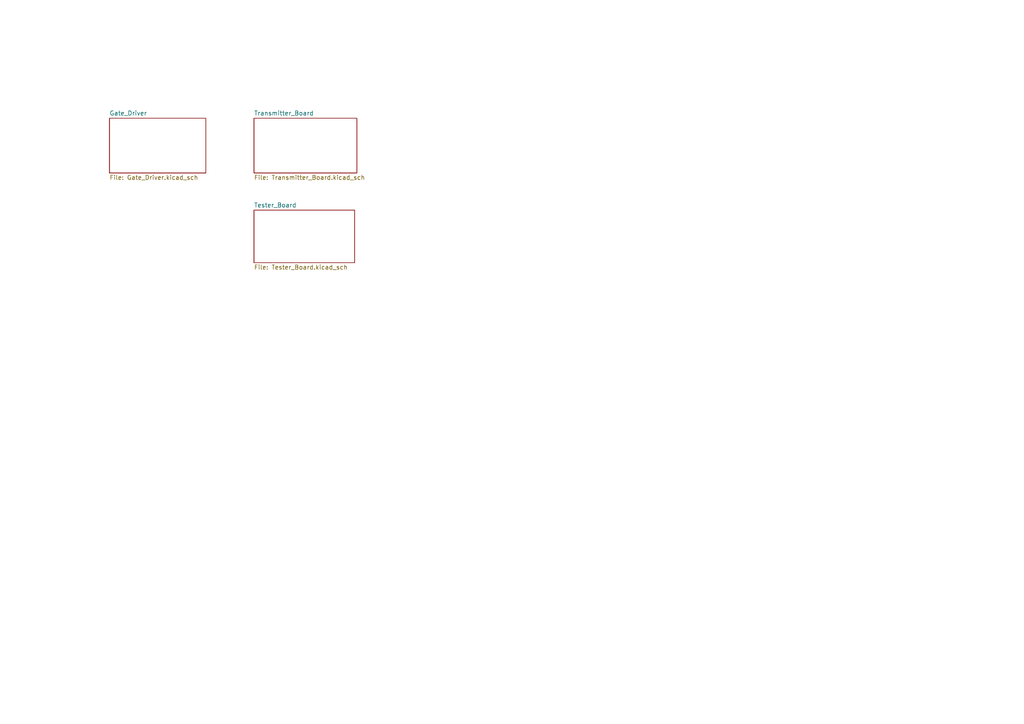
<source format=kicad_sch>
(kicad_sch
	(version 20250114)
	(generator "eeschema")
	(generator_version "9.0")
	(uuid "73752a49-eb43-43a5-aaa4-eec4feca9056")
	(paper "A4")
	(lib_symbols)
	(sheet
		(at 73.66 60.96)
		(size 29.21 15.24)
		(exclude_from_sim no)
		(in_bom yes)
		(on_board yes)
		(dnp no)
		(fields_autoplaced yes)
		(stroke
			(width 0.1524)
			(type solid)
		)
		(fill
			(color 0 0 0 0.0000)
		)
		(uuid "a68ba6e7-8db7-41fe-8172-1bc82a542448")
		(property "Sheetname" "Tester_Board"
			(at 73.66 60.2484 0)
			(effects
				(font
					(size 1.27 1.27)
				)
				(justify left bottom)
			)
		)
		(property "Sheetfile" "Tester_Board.kicad_sch"
			(at 73.66 76.7846 0)
			(effects
				(font
					(size 1.27 1.27)
				)
				(justify left top)
			)
		)
		(instances
			(project "CSI_DPT"
				(path "/73752a49-eb43-43a5-aaa4-eec4feca9056"
					(page "4")
				)
			)
		)
	)
	(sheet
		(at 31.75 34.29)
		(size 27.94 15.875)
		(exclude_from_sim no)
		(in_bom yes)
		(on_board yes)
		(dnp no)
		(fields_autoplaced yes)
		(stroke
			(width 0.1524)
			(type solid)
		)
		(fill
			(color 0 0 0 0.0000)
		)
		(uuid "c064c2c0-555b-460b-9fb9-4dc75d50b95f")
		(property "Sheetname" "Gate_Driver"
			(at 31.75 33.5784 0)
			(effects
				(font
					(size 1.27 1.27)
				)
				(justify left bottom)
			)
		)
		(property "Sheetfile" "Gate_Driver.kicad_sch"
			(at 31.75 50.7496 0)
			(effects
				(font
					(size 1.27 1.27)
				)
				(justify left top)
			)
		)
		(instances
			(project "CSI_DPT"
				(path "/73752a49-eb43-43a5-aaa4-eec4feca9056"
					(page "2")
				)
			)
		)
	)
	(sheet
		(at 73.66 34.29)
		(size 29.845 15.875)
		(exclude_from_sim no)
		(in_bom yes)
		(on_board yes)
		(dnp no)
		(fields_autoplaced yes)
		(stroke
			(width 0.1524)
			(type solid)
		)
		(fill
			(color 0 0 0 0.0000)
		)
		(uuid "dd05f2ca-15e3-4511-b4c4-002080242daf")
		(property "Sheetname" "Transmitter_Board"
			(at 73.66 33.5784 0)
			(effects
				(font
					(size 1.27 1.27)
				)
				(justify left bottom)
			)
		)
		(property "Sheetfile" "Transmitter_Board.kicad_sch"
			(at 73.66 50.7496 0)
			(effects
				(font
					(size 1.27 1.27)
				)
				(justify left top)
			)
		)
		(instances
			(project "CSI_DPT"
				(path "/73752a49-eb43-43a5-aaa4-eec4feca9056"
					(page "3")
				)
			)
		)
	)
	(sheet_instances
		(path "/"
			(page "1")
		)
	)
	(embedded_fonts no)
)

</source>
